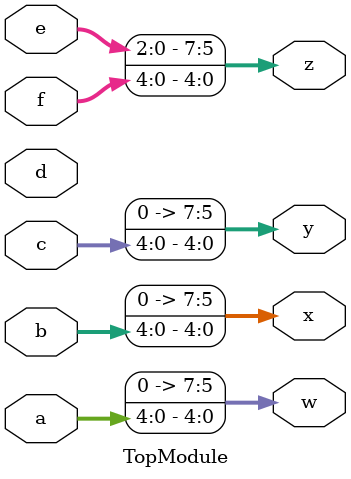
<source format=sv>

module TopModule (
  input [4:0] a,
  input [4:0] b,
  input [4:0] c,
  input [4:0] d,
  input [4:0] e,
  input [4:0] f,
  output [7:0] w,
  output [7:0] x,
  output [7:0] y,
  output [7:0] z
);
assign w = a;
assign x = b;
assign y = c;
assign z = {d,e,f};
endmodule

</source>
